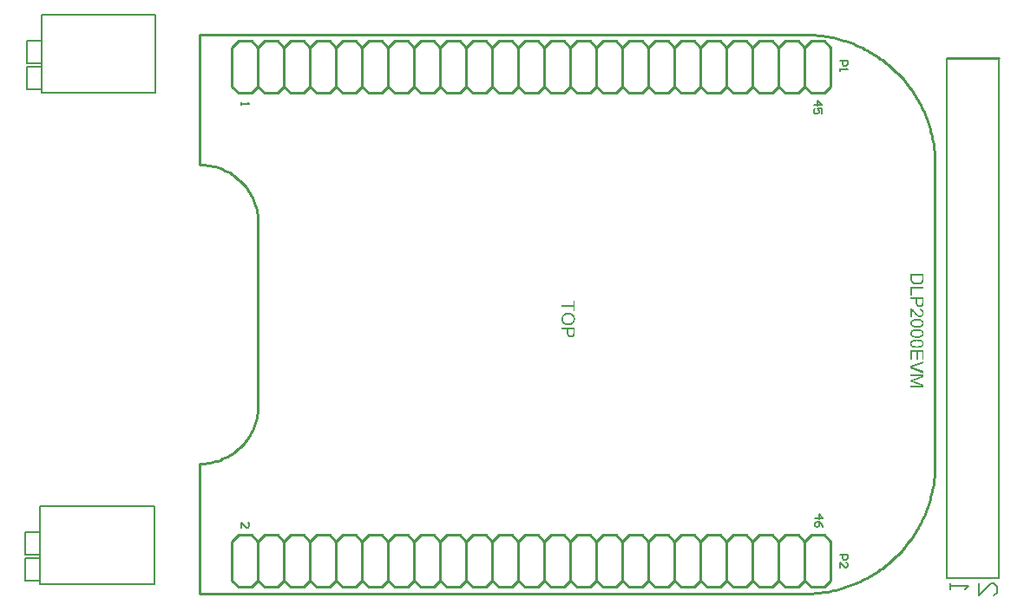
<source format=gto>
G04*
G04 #@! TF.GenerationSoftware,Altium Limited,Altium Designer,20.0.13 (296)*
G04*
G04 Layer_Color=65535*
%FSLAX25Y25*%
%MOIN*%
G70*
G01*
G75*
%ADD10C,0.01000*%
%ADD11C,0.00598*%
%ADD12C,0.00790*%
%ADD13C,0.00600*%
%ADD14C,0.00800*%
G36*
X587132Y313561D02*
X587125Y313430D01*
X587118Y313284D01*
X587103Y313138D01*
X587081Y312992D01*
X587059Y312868D01*
Y312861D01*
X587052Y312846D01*
Y312825D01*
X587037Y312795D01*
X587015Y312715D01*
X586979Y312613D01*
X586928Y312496D01*
X586862Y312373D01*
X586790Y312249D01*
X586695Y312132D01*
X586688Y312125D01*
X586680Y312117D01*
X586658Y312096D01*
X586636Y312066D01*
X586563Y311994D01*
X586461Y311906D01*
X586338Y311811D01*
X586192Y311709D01*
X586024Y311614D01*
X585835Y311534D01*
X585827D01*
X585813Y311527D01*
X585783Y311512D01*
X585740Y311505D01*
X585689Y311483D01*
X585630Y311469D01*
X585565Y311454D01*
X585485Y311432D01*
X585404Y311410D01*
X585310Y311396D01*
X585106Y311359D01*
X584880Y311337D01*
X584632Y311330D01*
X584624D01*
X584610D01*
X584573D01*
X584537D01*
X584486Y311337D01*
X584428D01*
X584289Y311345D01*
X584129Y311367D01*
X583961Y311388D01*
X583786Y311425D01*
X583611Y311469D01*
X583604D01*
X583589Y311476D01*
X583567Y311483D01*
X583538Y311491D01*
X583458Y311520D01*
X583356Y311563D01*
X583239Y311607D01*
X583123Y311666D01*
X582999Y311738D01*
X582882Y311811D01*
X582867Y311819D01*
X582831Y311848D01*
X582780Y311891D01*
X582714Y311950D01*
X582642Y312015D01*
X582569Y312096D01*
X582488Y312176D01*
X582423Y312270D01*
X582415Y312285D01*
X582394Y312314D01*
X582365Y312365D01*
X582328Y312438D01*
X582284Y312526D01*
X582248Y312628D01*
X582204Y312744D01*
X582168Y312876D01*
Y312890D01*
X582160Y312912D01*
X582153Y312934D01*
X582146Y313007D01*
X582131Y313109D01*
X582117Y313226D01*
X582102Y313364D01*
X582095Y313517D01*
X582088Y313685D01*
Y315500D01*
X587132D01*
Y313561D01*
D02*
G37*
G36*
Y309770D02*
X582685D01*
Y307284D01*
X582088D01*
Y310441D01*
X587132D01*
Y309770D01*
D02*
G37*
G36*
Y304419D02*
X587125Y304310D01*
X587118Y304186D01*
X587110Y304055D01*
X587096Y303931D01*
X587081Y303821D01*
Y303807D01*
X587067Y303756D01*
X587052Y303690D01*
X587030Y303603D01*
X586994Y303508D01*
X586950Y303406D01*
X586899Y303296D01*
X586841Y303202D01*
X586833Y303187D01*
X586811Y303158D01*
X586768Y303114D01*
X586717Y303056D01*
X586651Y302990D01*
X586563Y302925D01*
X586469Y302852D01*
X586359Y302794D01*
X586345Y302786D01*
X586308Y302772D01*
X586243Y302743D01*
X586155Y302713D01*
X586053Y302692D01*
X585937Y302662D01*
X585805Y302648D01*
X585667Y302640D01*
X585660D01*
X585638D01*
X585609D01*
X585558Y302648D01*
X585506Y302655D01*
X585441Y302662D01*
X585368Y302677D01*
X585288Y302692D01*
X585120Y302743D01*
X585033Y302772D01*
X584938Y302815D01*
X584843Y302866D01*
X584756Y302918D01*
X584668Y302983D01*
X584581Y303056D01*
X584573Y303063D01*
X584559Y303078D01*
X584537Y303100D01*
X584515Y303136D01*
X584479Y303180D01*
X584442Y303238D01*
X584398Y303311D01*
X584362Y303391D01*
X584318Y303486D01*
X584274Y303595D01*
X584238Y303712D01*
X584209Y303851D01*
X584180Y303996D01*
X584158Y304157D01*
X584143Y304339D01*
X584136Y304528D01*
Y305819D01*
X582088D01*
Y306490D01*
X587132D01*
Y304419D01*
D02*
G37*
G36*
X582226Y302123D02*
X582292Y302116D01*
X582365Y302101D01*
X582437Y302086D01*
X582518Y302057D01*
X582525D01*
X582532Y302050D01*
X582576Y302035D01*
X582642Y302006D01*
X582729Y301962D01*
X582831Y301904D01*
X582948Y301831D01*
X583064Y301751D01*
X583188Y301649D01*
X583196D01*
X583203Y301634D01*
X583247Y301598D01*
X583312Y301532D01*
X583407Y301438D01*
X583516Y301328D01*
X583647Y301190D01*
X583793Y301022D01*
X583946Y300840D01*
X583954Y300833D01*
X583976Y300803D01*
X584012Y300760D01*
X584056Y300709D01*
X584114Y300643D01*
X584180Y300563D01*
X584253Y300483D01*
X584333Y300388D01*
X584508Y300206D01*
X584683Y300023D01*
X584770Y299936D01*
X584858Y299856D01*
X584938Y299783D01*
X585018Y299724D01*
X585025D01*
X585033Y299710D01*
X585054Y299695D01*
X585084Y299681D01*
X585164Y299630D01*
X585259Y299571D01*
X585375Y299520D01*
X585499Y299469D01*
X585638Y299440D01*
X585769Y299426D01*
X585776D01*
X585783D01*
X585827Y299433D01*
X585900Y299440D01*
X585980Y299462D01*
X586082Y299491D01*
X586185Y299542D01*
X586286Y299608D01*
X586389Y299695D01*
X586403Y299710D01*
X586432Y299746D01*
X586469Y299797D01*
X586520Y299878D01*
X586563Y299980D01*
X586607Y300096D01*
X586636Y300235D01*
X586644Y300388D01*
Y300432D01*
X586636Y300461D01*
X586629Y300548D01*
X586607Y300650D01*
X586578Y300760D01*
X586527Y300884D01*
X586461Y301000D01*
X586374Y301110D01*
X586359Y301124D01*
X586323Y301153D01*
X586265Y301197D01*
X586177Y301241D01*
X586075Y301292D01*
X585944Y301336D01*
X585798Y301365D01*
X585630Y301379D01*
X585696Y302013D01*
X585703D01*
X585725Y302006D01*
X585762D01*
X585813Y301999D01*
X585871Y301984D01*
X585937Y301970D01*
X586017Y301948D01*
X586097Y301926D01*
X586272Y301868D01*
X586447Y301780D01*
X586534Y301729D01*
X586622Y301664D01*
X586702Y301598D01*
X586775Y301525D01*
X586782Y301518D01*
X586790Y301503D01*
X586811Y301481D01*
X586833Y301445D01*
X586862Y301401D01*
X586892Y301350D01*
X586928Y301292D01*
X586965Y301219D01*
X587001Y301139D01*
X587037Y301051D01*
X587067Y300956D01*
X587096Y300854D01*
X587118Y300745D01*
X587140Y300628D01*
X587147Y300504D01*
X587154Y300373D01*
Y300300D01*
X587147Y300249D01*
X587140Y300191D01*
X587132Y300118D01*
X587118Y300038D01*
X587103Y299958D01*
X587052Y299768D01*
X586979Y299579D01*
X586935Y299484D01*
X586884Y299389D01*
X586819Y299302D01*
X586746Y299221D01*
X586738Y299214D01*
X586731Y299200D01*
X586702Y299185D01*
X586673Y299156D01*
X586636Y299119D01*
X586585Y299083D01*
X586534Y299046D01*
X586469Y299003D01*
X586330Y298930D01*
X586155Y298857D01*
X586068Y298828D01*
X585966Y298813D01*
X585864Y298799D01*
X585754Y298791D01*
X585740D01*
X585703D01*
X585645Y298799D01*
X585565Y298806D01*
X585477Y298820D01*
X585375Y298850D01*
X585266Y298879D01*
X585157Y298922D01*
X585142Y298930D01*
X585106Y298944D01*
X585047Y298974D01*
X584967Y299017D01*
X584880Y299076D01*
X584770Y299149D01*
X584661Y299236D01*
X584537Y299338D01*
X584522Y299353D01*
X584479Y299389D01*
X584442Y299426D01*
X584406Y299462D01*
X584362Y299506D01*
X584304Y299564D01*
X584245Y299622D01*
X584180Y299695D01*
X584107Y299768D01*
X584027Y299856D01*
X583946Y299950D01*
X583852Y300052D01*
X583757Y300169D01*
X583655Y300286D01*
X583647Y300293D01*
X583633Y300308D01*
X583611Y300337D01*
X583582Y300373D01*
X583538Y300417D01*
X583494Y300468D01*
X583400Y300585D01*
X583290Y300709D01*
X583181Y300825D01*
X583086Y300927D01*
X583050Y300971D01*
X583013Y301008D01*
X583006Y301015D01*
X582984Y301037D01*
X582955Y301066D01*
X582911Y301102D01*
X582860Y301139D01*
X582809Y301182D01*
X582685Y301270D01*
Y298784D01*
X582088D01*
Y302130D01*
X582095D01*
X582124D01*
X582168D01*
X582226Y302123D01*
D02*
G37*
G36*
X584799Y298113D02*
X584887D01*
X584982Y298106D01*
X585091Y298099D01*
X585317Y298077D01*
X585558Y298041D01*
X585798Y297997D01*
X585907Y297968D01*
X586017Y297938D01*
X586024D01*
X586039Y297931D01*
X586068Y297917D01*
X586104Y297902D01*
X586155Y297887D01*
X586206Y297858D01*
X586330Y297800D01*
X586461Y297727D01*
X586600Y297632D01*
X586738Y297523D01*
X586855Y297392D01*
Y297384D01*
X586870Y297377D01*
X586884Y297355D01*
X586899Y297326D01*
X586928Y297290D01*
X586950Y297246D01*
X587008Y297136D01*
X587059Y297005D01*
X587110Y296852D01*
X587140Y296670D01*
X587154Y296473D01*
Y296408D01*
X587147Y296327D01*
X587132Y296233D01*
X587110Y296123D01*
X587081Y296006D01*
X587045Y295883D01*
X586986Y295766D01*
Y295759D01*
X586979Y295751D01*
X586957Y295715D01*
X586921Y295657D01*
X586870Y295584D01*
X586797Y295503D01*
X586717Y295416D01*
X586622Y295336D01*
X586513Y295256D01*
X586498Y295248D01*
X586461Y295219D01*
X586396Y295190D01*
X586301Y295139D01*
X586192Y295095D01*
X586068Y295037D01*
X585922Y294986D01*
X585762Y294942D01*
X585754D01*
X585740Y294935D01*
X585718Y294928D01*
X585681Y294920D01*
X585638Y294913D01*
X585587Y294906D01*
X585521Y294891D01*
X585448Y294884D01*
X585368Y294869D01*
X585281Y294862D01*
X585178Y294855D01*
X585076Y294840D01*
X584960Y294833D01*
X584843D01*
X584712Y294826D01*
X584573D01*
X584566D01*
X584537D01*
X584486D01*
X584428D01*
X584347Y294833D01*
X584260D01*
X584165Y294840D01*
X584063Y294847D01*
X583830Y294869D01*
X583589Y294906D01*
X583356Y294950D01*
X583247Y294979D01*
X583137Y295015D01*
X583130D01*
X583115Y295022D01*
X583086Y295037D01*
X583050Y295052D01*
X582999Y295066D01*
X582948Y295095D01*
X582824Y295154D01*
X582693Y295227D01*
X582547Y295321D01*
X582415Y295431D01*
X582292Y295562D01*
Y295569D01*
X582277Y295576D01*
X582262Y295598D01*
X582248Y295627D01*
X582226Y295664D01*
X582197Y295700D01*
X582146Y295810D01*
X582095Y295941D01*
X582044Y296094D01*
X582015Y296276D01*
X582000Y296473D01*
Y296546D01*
X582007Y296597D01*
X582015Y296655D01*
X582029Y296728D01*
X582044Y296808D01*
X582066Y296896D01*
X582095Y296983D01*
X582124Y297078D01*
X582168Y297173D01*
X582219Y297268D01*
X582277Y297362D01*
X582350Y297457D01*
X582430Y297545D01*
X582518Y297625D01*
X582525Y297632D01*
X582547Y297647D01*
X582583Y297669D01*
X582642Y297705D01*
X582707Y297742D01*
X582795Y297778D01*
X582897Y297829D01*
X583013Y297873D01*
X583145Y297917D01*
X583298Y297960D01*
X583465Y298004D01*
X583655Y298041D01*
X583859Y298077D01*
X584078Y298099D01*
X584318Y298113D01*
X584573Y298121D01*
X584581D01*
X584610D01*
X584661D01*
X584719D01*
X584799Y298113D01*
D02*
G37*
G36*
Y294191D02*
X584887D01*
X584982Y294184D01*
X585091Y294177D01*
X585317Y294155D01*
X585558Y294118D01*
X585798Y294075D01*
X585907Y294045D01*
X586017Y294016D01*
X586024D01*
X586039Y294009D01*
X586068Y293994D01*
X586104Y293980D01*
X586155Y293965D01*
X586206Y293936D01*
X586330Y293878D01*
X586461Y293805D01*
X586600Y293710D01*
X586738Y293601D01*
X586855Y293470D01*
Y293462D01*
X586870Y293455D01*
X586884Y293433D01*
X586899Y293404D01*
X586928Y293368D01*
X586950Y293324D01*
X587008Y293215D01*
X587059Y293083D01*
X587110Y292930D01*
X587140Y292748D01*
X587154Y292551D01*
Y292485D01*
X587147Y292405D01*
X587132Y292311D01*
X587110Y292201D01*
X587081Y292085D01*
X587045Y291961D01*
X586986Y291844D01*
Y291837D01*
X586979Y291829D01*
X586957Y291793D01*
X586921Y291735D01*
X586870Y291662D01*
X586797Y291582D01*
X586717Y291494D01*
X586622Y291414D01*
X586513Y291334D01*
X586498Y291326D01*
X586461Y291297D01*
X586396Y291268D01*
X586301Y291217D01*
X586192Y291173D01*
X586068Y291115D01*
X585922Y291064D01*
X585762Y291020D01*
X585754D01*
X585740Y291013D01*
X585718Y291006D01*
X585681Y290998D01*
X585638Y290991D01*
X585587Y290984D01*
X585521Y290969D01*
X585448Y290962D01*
X585368Y290947D01*
X585281Y290940D01*
X585178Y290933D01*
X585076Y290918D01*
X584960Y290911D01*
X584843D01*
X584712Y290903D01*
X584573D01*
X584566D01*
X584537D01*
X584486D01*
X584428D01*
X584347Y290911D01*
X584260D01*
X584165Y290918D01*
X584063Y290925D01*
X583830Y290947D01*
X583589Y290984D01*
X583356Y291027D01*
X583247Y291057D01*
X583137Y291093D01*
X583130D01*
X583115Y291100D01*
X583086Y291115D01*
X583050Y291129D01*
X582999Y291144D01*
X582948Y291173D01*
X582824Y291232D01*
X582693Y291304D01*
X582547Y291399D01*
X582415Y291509D01*
X582292Y291640D01*
Y291647D01*
X582277Y291654D01*
X582262Y291676D01*
X582248Y291705D01*
X582226Y291742D01*
X582197Y291778D01*
X582146Y291888D01*
X582095Y292019D01*
X582044Y292172D01*
X582015Y292354D01*
X582000Y292551D01*
Y292624D01*
X582007Y292675D01*
X582015Y292733D01*
X582029Y292806D01*
X582044Y292886D01*
X582066Y292974D01*
X582095Y293061D01*
X582124Y293156D01*
X582168Y293251D01*
X582219Y293346D01*
X582277Y293441D01*
X582350Y293535D01*
X582430Y293623D01*
X582518Y293703D01*
X582525Y293710D01*
X582547Y293725D01*
X582583Y293747D01*
X582642Y293783D01*
X582707Y293819D01*
X582795Y293856D01*
X582897Y293907D01*
X583013Y293951D01*
X583145Y293994D01*
X583298Y294038D01*
X583465Y294082D01*
X583655Y294118D01*
X583859Y294155D01*
X584078Y294177D01*
X584318Y294191D01*
X584573Y294199D01*
X584581D01*
X584610D01*
X584661D01*
X584719D01*
X584799Y294191D01*
D02*
G37*
G36*
Y290269D02*
X584887D01*
X584982Y290262D01*
X585091Y290255D01*
X585317Y290233D01*
X585558Y290196D01*
X585798Y290153D01*
X585907Y290124D01*
X586017Y290094D01*
X586024D01*
X586039Y290087D01*
X586068Y290072D01*
X586104Y290058D01*
X586155Y290043D01*
X586206Y290014D01*
X586330Y289956D01*
X586461Y289883D01*
X586600Y289788D01*
X586738Y289679D01*
X586855Y289548D01*
Y289540D01*
X586870Y289533D01*
X586884Y289511D01*
X586899Y289482D01*
X586928Y289445D01*
X586950Y289402D01*
X587008Y289293D01*
X587059Y289161D01*
X587110Y289008D01*
X587140Y288826D01*
X587154Y288629D01*
Y288563D01*
X587147Y288483D01*
X587132Y288388D01*
X587110Y288279D01*
X587081Y288162D01*
X587045Y288039D01*
X586986Y287922D01*
Y287915D01*
X586979Y287907D01*
X586957Y287871D01*
X586921Y287813D01*
X586870Y287740D01*
X586797Y287660D01*
X586717Y287572D01*
X586622Y287492D01*
X586513Y287412D01*
X586498Y287404D01*
X586461Y287375D01*
X586396Y287346D01*
X586301Y287295D01*
X586192Y287251D01*
X586068Y287193D01*
X585922Y287142D01*
X585762Y287098D01*
X585754D01*
X585740Y287091D01*
X585718Y287084D01*
X585681Y287076D01*
X585638Y287069D01*
X585587Y287062D01*
X585521Y287047D01*
X585448Y287040D01*
X585368Y287025D01*
X585281Y287018D01*
X585178Y287011D01*
X585076Y286996D01*
X584960Y286989D01*
X584843D01*
X584712Y286982D01*
X584573D01*
X584566D01*
X584537D01*
X584486D01*
X584428D01*
X584347Y286989D01*
X584260D01*
X584165Y286996D01*
X584063Y287003D01*
X583830Y287025D01*
X583589Y287062D01*
X583356Y287105D01*
X583247Y287135D01*
X583137Y287171D01*
X583130D01*
X583115Y287178D01*
X583086Y287193D01*
X583050Y287208D01*
X582999Y287222D01*
X582948Y287251D01*
X582824Y287310D01*
X582693Y287383D01*
X582547Y287477D01*
X582415Y287587D01*
X582292Y287718D01*
Y287725D01*
X582277Y287732D01*
X582262Y287754D01*
X582248Y287783D01*
X582226Y287820D01*
X582197Y287856D01*
X582146Y287966D01*
X582095Y288097D01*
X582044Y288250D01*
X582015Y288432D01*
X582000Y288629D01*
Y288702D01*
X582007Y288753D01*
X582015Y288811D01*
X582029Y288884D01*
X582044Y288964D01*
X582066Y289052D01*
X582095Y289139D01*
X582124Y289234D01*
X582168Y289329D01*
X582219Y289424D01*
X582277Y289518D01*
X582350Y289613D01*
X582430Y289701D01*
X582518Y289781D01*
X582525Y289788D01*
X582547Y289803D01*
X582583Y289825D01*
X582642Y289861D01*
X582707Y289897D01*
X582795Y289934D01*
X582897Y289985D01*
X583013Y290029D01*
X583145Y290072D01*
X583298Y290116D01*
X583465Y290160D01*
X583655Y290196D01*
X583859Y290233D01*
X584078Y290255D01*
X584318Y290269D01*
X584573Y290277D01*
X584581D01*
X584610D01*
X584661D01*
X584719D01*
X584799Y290269D01*
D02*
G37*
G36*
X587132Y282440D02*
X586534D01*
Y285421D01*
X584996D01*
Y282629D01*
X584398D01*
Y285421D01*
X582685D01*
Y282323D01*
X582088D01*
Y286092D01*
X587132D01*
Y282440D01*
D02*
G37*
G36*
Y281193D02*
X583465Y279881D01*
X583458D01*
X583443Y279874D01*
X583422Y279867D01*
X583392Y279852D01*
X583349Y279845D01*
X583305Y279830D01*
X583196Y279794D01*
X583072Y279750D01*
X582933Y279706D01*
X582642Y279619D01*
X582649D01*
X582663Y279611D01*
X582685Y279604D01*
X582714Y279597D01*
X582795Y279575D01*
X582904Y279538D01*
X583028Y279502D01*
X583166Y279458D01*
X583312Y279407D01*
X583465Y279349D01*
X587132Y277978D01*
Y277300D01*
X582088Y279269D01*
Y279969D01*
X587132Y281922D01*
Y281193D01*
D02*
G37*
G36*
Y275718D02*
X583553Y274523D01*
X583545D01*
X583531Y274516D01*
X583509Y274508D01*
X583473Y274494D01*
X583385Y274465D01*
X583276Y274428D01*
X583152Y274392D01*
X583028Y274348D01*
X582911Y274311D01*
X582809Y274282D01*
X582824Y274275D01*
X582860Y274268D01*
X582926Y274246D01*
X583013Y274217D01*
X583130Y274180D01*
X583268Y274129D01*
X583429Y274078D01*
X583618Y274013D01*
X587132Y272802D01*
Y271906D01*
X582088D01*
Y272547D01*
X586308D01*
X582088Y274020D01*
Y274618D01*
X586381Y276076D01*
X582088D01*
Y276717D01*
X587132D01*
Y275718D01*
D02*
G37*
G36*
X453132Y301005D02*
X452534D01*
Y302667D01*
X448088D01*
Y303338D01*
X452534D01*
Y305000D01*
X453132D01*
Y301005D01*
D02*
G37*
G36*
X450661Y300509D02*
X450748D01*
X450850Y300495D01*
X450974Y300480D01*
X451113Y300458D01*
X451259Y300429D01*
X451412Y300400D01*
X451572Y300356D01*
X451732Y300298D01*
X451900Y300232D01*
X452061Y300159D01*
X452221Y300065D01*
X452367Y299963D01*
X452505Y299846D01*
X452513Y299839D01*
X452534Y299817D01*
X452571Y299773D01*
X452615Y299722D01*
X452673Y299656D01*
X452731Y299576D01*
X452797Y299482D01*
X452862Y299372D01*
X452928Y299255D01*
X452994Y299124D01*
X453052Y298978D01*
X453110Y298825D01*
X453154Y298658D01*
X453191Y298483D01*
X453212Y298301D01*
X453220Y298104D01*
Y298038D01*
X453212Y297987D01*
Y297921D01*
X453205Y297856D01*
X453191Y297768D01*
X453176Y297681D01*
X453139Y297491D01*
X453081Y297273D01*
X452994Y297061D01*
X452943Y296952D01*
X452884Y296843D01*
X452877Y296835D01*
X452870Y296821D01*
X452848Y296792D01*
X452826Y296748D01*
X452789Y296704D01*
X452746Y296646D01*
X452644Y296522D01*
X452513Y296391D01*
X452352Y296245D01*
X452163Y296106D01*
X451951Y295990D01*
X451944D01*
X451922Y295975D01*
X451893Y295960D01*
X451849Y295946D01*
X451791Y295917D01*
X451725Y295895D01*
X451645Y295866D01*
X451557Y295836D01*
X451463Y295815D01*
X451361Y295785D01*
X451244Y295756D01*
X451127Y295734D01*
X450872Y295705D01*
X450595Y295691D01*
X450588D01*
X450559D01*
X450522D01*
X450464Y295698D01*
X450398D01*
X450318Y295705D01*
X450231Y295720D01*
X450136Y295727D01*
X449925Y295764D01*
X449691Y295822D01*
X449458Y295902D01*
X449341Y295946D01*
X449225Y296004D01*
X449217D01*
X449196Y296019D01*
X449166Y296033D01*
X449123Y296062D01*
X449072Y296092D01*
X449021Y296128D01*
X448882Y296230D01*
X448736Y296354D01*
X448583Y296500D01*
X448437Y296675D01*
X448306Y296879D01*
Y296886D01*
X448292Y296901D01*
X448277Y296937D01*
X448255Y296981D01*
X448233Y297032D01*
X448211Y297090D01*
X448182Y297163D01*
X448153Y297243D01*
X448124Y297331D01*
X448095Y297426D01*
X448051Y297637D01*
X448015Y297863D01*
X448000Y298104D01*
Y298177D01*
X448007Y298220D01*
Y298286D01*
X448022Y298359D01*
X448029Y298439D01*
X448044Y298534D01*
X448088Y298731D01*
X448146Y298942D01*
X448233Y299161D01*
X448284Y299270D01*
X448343Y299379D01*
X448350Y299387D01*
X448357Y299401D01*
X448379Y299430D01*
X448408Y299474D01*
X448437Y299518D01*
X448481Y299569D01*
X448591Y299693D01*
X448722Y299831D01*
X448882Y299977D01*
X449064Y300108D01*
X449276Y300232D01*
X449283D01*
X449305Y300247D01*
X449334Y300261D01*
X449378Y300276D01*
X449436Y300298D01*
X449502Y300320D01*
X449575Y300349D01*
X449655Y300371D01*
X449750Y300400D01*
X449844Y300429D01*
X450063Y300473D01*
X450289Y300502D01*
X450537Y300517D01*
X450544D01*
X450552D01*
X450595D01*
X450661Y300509D01*
D02*
G37*
G36*
X453132Y292760D02*
X453125Y292651D01*
X453118Y292527D01*
X453110Y292396D01*
X453096Y292272D01*
X453081Y292162D01*
Y292148D01*
X453067Y292097D01*
X453052Y292031D01*
X453030Y291944D01*
X452994Y291849D01*
X452950Y291747D01*
X452899Y291637D01*
X452841Y291543D01*
X452833Y291528D01*
X452811Y291499D01*
X452768Y291455D01*
X452717Y291397D01*
X452651Y291331D01*
X452563Y291266D01*
X452469Y291193D01*
X452359Y291134D01*
X452345Y291127D01*
X452308Y291113D01*
X452243Y291083D01*
X452155Y291054D01*
X452053Y291032D01*
X451937Y291003D01*
X451805Y290989D01*
X451667Y290981D01*
X451660D01*
X451638D01*
X451609D01*
X451557Y290989D01*
X451507Y290996D01*
X451441Y291003D01*
X451368Y291018D01*
X451288Y291032D01*
X451120Y291083D01*
X451033Y291113D01*
X450938Y291156D01*
X450843Y291207D01*
X450756Y291258D01*
X450668Y291324D01*
X450581Y291397D01*
X450573Y291404D01*
X450559Y291419D01*
X450537Y291441D01*
X450515Y291477D01*
X450479Y291521D01*
X450442Y291579D01*
X450398Y291652D01*
X450362Y291732D01*
X450318Y291827D01*
X450275Y291936D01*
X450238Y292053D01*
X450209Y292192D01*
X450180Y292337D01*
X450158Y292498D01*
X450143Y292680D01*
X450136Y292869D01*
Y294160D01*
X448088D01*
Y294830D01*
X453132D01*
Y292760D01*
D02*
G37*
%LPC*%
G36*
X586534Y314829D02*
X582685D01*
Y313634D01*
X582693Y313583D01*
X582700Y313473D01*
X582707Y313349D01*
X582722Y313218D01*
X582744Y313087D01*
X582773Y312978D01*
X582780Y312963D01*
X582787Y312927D01*
X582809Y312876D01*
X582838Y312810D01*
X582882Y312737D01*
X582926Y312664D01*
X582977Y312591D01*
X583035Y312518D01*
X583050Y312511D01*
X583079Y312482D01*
X583130Y312438D01*
X583203Y312387D01*
X583298Y312329D01*
X583407Y312263D01*
X583531Y312205D01*
X583669Y312154D01*
X583677D01*
X583691Y312147D01*
X583713Y312139D01*
X583742Y312132D01*
X583779Y312125D01*
X583830Y312110D01*
X583881Y312096D01*
X583939Y312081D01*
X584085Y312059D01*
X584253Y312037D01*
X584442Y312023D01*
X584646Y312015D01*
X584654D01*
X584683D01*
X584719D01*
X584777Y312023D01*
X584843D01*
X584916Y312030D01*
X585004Y312037D01*
X585091Y312045D01*
X585288Y312081D01*
X585492Y312125D01*
X585681Y312190D01*
X585776Y312234D01*
X585856Y312278D01*
X585864D01*
X585878Y312292D01*
X585900Y312307D01*
X585929Y312322D01*
X586002Y312380D01*
X586090Y312453D01*
X586185Y312548D01*
X586279Y312657D01*
X586359Y312781D01*
X586425Y312912D01*
X586432Y312927D01*
X586440Y312963D01*
X586461Y313029D01*
X586483Y313123D01*
X586498Y313240D01*
X586520Y313386D01*
X586527Y313473D01*
Y313568D01*
X586534Y313663D01*
Y314829D01*
D02*
G37*
G36*
Y305819D02*
X584734D01*
Y304463D01*
X584741Y304412D01*
Y304361D01*
X584748Y304303D01*
X584763Y304164D01*
X584792Y304011D01*
X584836Y303858D01*
X584894Y303719D01*
X584931Y303654D01*
X584974Y303603D01*
X584989Y303588D01*
X585018Y303559D01*
X585076Y303515D01*
X585149Y303464D01*
X585244Y303413D01*
X585361Y303369D01*
X585492Y303340D01*
X585645Y303326D01*
X585652D01*
X585660D01*
X585696D01*
X585762Y303333D01*
X585835Y303348D01*
X585915Y303362D01*
X586010Y303391D01*
X586097Y303435D01*
X586185Y303486D01*
X586192Y303493D01*
X586221Y303515D01*
X586257Y303552D01*
X586308Y303595D01*
X586359Y303661D01*
X586403Y303734D01*
X586447Y303814D01*
X586483Y303909D01*
Y303916D01*
X586491Y303945D01*
X586498Y303989D01*
X586513Y304047D01*
X586520Y304135D01*
X586527Y304244D01*
X586534Y304376D01*
Y305819D01*
D02*
G37*
G36*
X584573Y297486D02*
X584559D01*
X584522D01*
X584457D01*
X584369Y297479D01*
X584274D01*
X584158Y297472D01*
X584034Y297464D01*
X583903Y297450D01*
X583618Y297413D01*
X583480Y297392D01*
X583349Y297362D01*
X583225Y297333D01*
X583108Y297290D01*
X583006Y297246D01*
X582919Y297195D01*
X582911D01*
X582904Y297180D01*
X582853Y297144D01*
X582787Y297078D01*
X582714Y296998D01*
X582642Y296889D01*
X582576Y296765D01*
X582525Y296626D01*
X582518Y296553D01*
X582510Y296473D01*
Y296429D01*
X582518Y296400D01*
X582532Y296327D01*
X582561Y296225D01*
X582612Y296116D01*
X582685Y295992D01*
X582729Y295934D01*
X582787Y295875D01*
X582846Y295817D01*
X582919Y295759D01*
X582926D01*
X582940Y295744D01*
X582962Y295729D01*
X582999Y295715D01*
X583050Y295686D01*
X583115Y295664D01*
X583188Y295635D01*
X583276Y295606D01*
X583385Y295584D01*
X583502Y295555D01*
X583640Y295525D01*
X583786Y295503D01*
X583961Y295489D01*
X584143Y295474D01*
X584347Y295460D01*
X584573D01*
X584581D01*
X584588D01*
X584624D01*
X584690D01*
X584777Y295467D01*
X584872D01*
X584989Y295474D01*
X585113Y295482D01*
X585251Y295496D01*
X585528Y295533D01*
X585667Y295555D01*
X585798Y295584D01*
X585922Y295613D01*
X586039Y295657D01*
X586141Y295700D01*
X586228Y295751D01*
X586236D01*
X586243Y295766D01*
X586265Y295780D01*
X586294Y295802D01*
X586359Y295868D01*
X586440Y295948D01*
X586513Y296058D01*
X586578Y296182D01*
X586607Y296247D01*
X586629Y296320D01*
X586636Y296400D01*
X586644Y296480D01*
Y296524D01*
X586636Y296553D01*
X586622Y296634D01*
X586600Y296728D01*
X586556Y296838D01*
X586491Y296954D01*
X586447Y297013D01*
X586403Y297071D01*
X586345Y297122D01*
X586279Y297173D01*
X586272D01*
X586257Y297187D01*
X586228Y297202D01*
X586192Y297224D01*
X586133Y297246D01*
X586068Y297275D01*
X585988Y297297D01*
X585893Y297326D01*
X585783Y297355D01*
X585660Y297384D01*
X585521Y297413D01*
X585368Y297435D01*
X585193Y297457D01*
X585004Y297472D01*
X584799Y297479D01*
X584573Y297486D01*
D02*
G37*
G36*
Y293564D02*
X584559D01*
X584522D01*
X584457D01*
X584369Y293557D01*
X584274D01*
X584158Y293550D01*
X584034Y293543D01*
X583903Y293528D01*
X583618Y293492D01*
X583480Y293470D01*
X583349Y293441D01*
X583225Y293411D01*
X583108Y293368D01*
X583006Y293324D01*
X582919Y293273D01*
X582911D01*
X582904Y293258D01*
X582853Y293222D01*
X582787Y293156D01*
X582714Y293076D01*
X582642Y292967D01*
X582576Y292843D01*
X582525Y292704D01*
X582518Y292631D01*
X582510Y292551D01*
Y292507D01*
X582518Y292478D01*
X582532Y292405D01*
X582561Y292303D01*
X582612Y292194D01*
X582685Y292070D01*
X582729Y292012D01*
X582787Y291953D01*
X582846Y291895D01*
X582919Y291837D01*
X582926D01*
X582940Y291822D01*
X582962Y291808D01*
X582999Y291793D01*
X583050Y291764D01*
X583115Y291742D01*
X583188Y291713D01*
X583276Y291684D01*
X583385Y291662D01*
X583502Y291633D01*
X583640Y291603D01*
X583786Y291582D01*
X583961Y291567D01*
X584143Y291552D01*
X584347Y291538D01*
X584573D01*
X584581D01*
X584588D01*
X584624D01*
X584690D01*
X584777Y291545D01*
X584872D01*
X584989Y291552D01*
X585113Y291560D01*
X585251Y291574D01*
X585528Y291611D01*
X585667Y291633D01*
X585798Y291662D01*
X585922Y291691D01*
X586039Y291735D01*
X586141Y291778D01*
X586228Y291829D01*
X586236D01*
X586243Y291844D01*
X586265Y291859D01*
X586294Y291880D01*
X586359Y291946D01*
X586440Y292026D01*
X586513Y292136D01*
X586578Y292260D01*
X586607Y292325D01*
X586629Y292398D01*
X586636Y292478D01*
X586644Y292558D01*
Y292602D01*
X586636Y292631D01*
X586622Y292711D01*
X586600Y292806D01*
X586556Y292916D01*
X586491Y293032D01*
X586447Y293091D01*
X586403Y293149D01*
X586345Y293200D01*
X586279Y293251D01*
X586272D01*
X586257Y293266D01*
X586228Y293280D01*
X586192Y293302D01*
X586133Y293324D01*
X586068Y293353D01*
X585988Y293375D01*
X585893Y293404D01*
X585783Y293433D01*
X585660Y293462D01*
X585521Y293492D01*
X585368Y293513D01*
X585193Y293535D01*
X585004Y293550D01*
X584799Y293557D01*
X584573Y293564D01*
D02*
G37*
G36*
Y289642D02*
X584559D01*
X584522D01*
X584457D01*
X584369Y289635D01*
X584274D01*
X584158Y289628D01*
X584034Y289620D01*
X583903Y289606D01*
X583618Y289569D01*
X583480Y289548D01*
X583349Y289518D01*
X583225Y289489D01*
X583108Y289445D01*
X583006Y289402D01*
X582919Y289351D01*
X582911D01*
X582904Y289336D01*
X582853Y289300D01*
X582787Y289234D01*
X582714Y289154D01*
X582642Y289045D01*
X582576Y288921D01*
X582525Y288782D01*
X582518Y288709D01*
X582510Y288629D01*
Y288585D01*
X582518Y288556D01*
X582532Y288483D01*
X582561Y288381D01*
X582612Y288272D01*
X582685Y288148D01*
X582729Y288090D01*
X582787Y288031D01*
X582846Y287973D01*
X582919Y287915D01*
X582926D01*
X582940Y287900D01*
X582962Y287885D01*
X582999Y287871D01*
X583050Y287842D01*
X583115Y287820D01*
X583188Y287791D01*
X583276Y287761D01*
X583385Y287740D01*
X583502Y287710D01*
X583640Y287681D01*
X583786Y287660D01*
X583961Y287645D01*
X584143Y287630D01*
X584347Y287616D01*
X584573D01*
X584581D01*
X584588D01*
X584624D01*
X584690D01*
X584777Y287623D01*
X584872D01*
X584989Y287630D01*
X585113Y287638D01*
X585251Y287652D01*
X585528Y287689D01*
X585667Y287710D01*
X585798Y287740D01*
X585922Y287769D01*
X586039Y287813D01*
X586141Y287856D01*
X586228Y287907D01*
X586236D01*
X586243Y287922D01*
X586265Y287936D01*
X586294Y287958D01*
X586359Y288024D01*
X586440Y288104D01*
X586513Y288213D01*
X586578Y288337D01*
X586607Y288403D01*
X586629Y288476D01*
X586636Y288556D01*
X586644Y288636D01*
Y288680D01*
X586636Y288709D01*
X586622Y288789D01*
X586600Y288884D01*
X586556Y288994D01*
X586491Y289110D01*
X586447Y289169D01*
X586403Y289227D01*
X586345Y289278D01*
X586279Y289329D01*
X586272D01*
X586257Y289344D01*
X586228Y289358D01*
X586192Y289380D01*
X586133Y289402D01*
X586068Y289431D01*
X585988Y289453D01*
X585893Y289482D01*
X585783Y289511D01*
X585660Y289540D01*
X585521Y289569D01*
X585368Y289591D01*
X585193Y289613D01*
X585004Y289628D01*
X584799Y289635D01*
X584573Y289642D01*
D02*
G37*
G36*
X450530Y299831D02*
X450522D01*
X450493D01*
X450442D01*
X450377Y299824D01*
X450304Y299817D01*
X450216Y299802D01*
X450114Y299788D01*
X450012Y299773D01*
X449779Y299715D01*
X449662Y299671D01*
X449538Y299627D01*
X449422Y299569D01*
X449305Y299503D01*
X449196Y299430D01*
X449093Y299343D01*
X449086Y299336D01*
X449072Y299321D01*
X449043Y299292D01*
X449013Y299255D01*
X448970Y299204D01*
X448926Y299146D01*
X448882Y299080D01*
X448831Y299008D01*
X448780Y298920D01*
X448736Y298825D01*
X448693Y298723D01*
X448649Y298614D01*
X448620Y298497D01*
X448591Y298381D01*
X448576Y298250D01*
X448569Y298111D01*
Y298075D01*
X448576Y298038D01*
Y297987D01*
X448583Y297921D01*
X448598Y297849D01*
X448612Y297761D01*
X448634Y297674D01*
X448663Y297571D01*
X448700Y297477D01*
X448736Y297367D01*
X448787Y297265D01*
X448853Y297163D01*
X448918Y297061D01*
X448999Y296959D01*
X449093Y296864D01*
X449101Y296857D01*
X449115Y296843D01*
X449152Y296821D01*
X449196Y296784D01*
X449247Y296748D01*
X449312Y296711D01*
X449392Y296668D01*
X449480Y296617D01*
X449582Y296573D01*
X449699Y296529D01*
X449823Y296493D01*
X449954Y296449D01*
X450100Y296420D01*
X450260Y296398D01*
X450428Y296383D01*
X450602Y296376D01*
X450610D01*
X450632D01*
X450661D01*
X450705D01*
X450756Y296383D01*
X450821D01*
X450887Y296391D01*
X450967Y296405D01*
X451135Y296427D01*
X451310Y296463D01*
X451499Y296514D01*
X451674Y296587D01*
X451682D01*
X451696Y296595D01*
X451718Y296609D01*
X451747Y296624D01*
X451834Y296675D01*
X451937Y296740D01*
X452053Y296828D01*
X452170Y296937D01*
X452286Y297061D01*
X452389Y297200D01*
Y297207D01*
X452403Y297214D01*
X452411Y297236D01*
X452432Y297273D01*
X452447Y297309D01*
X452469Y297353D01*
X452520Y297462D01*
X452563Y297593D01*
X452607Y297746D01*
X452636Y297921D01*
X452644Y298104D01*
Y298169D01*
X452636Y298220D01*
X452629Y298286D01*
X452615Y298352D01*
X452600Y298432D01*
X452585Y298519D01*
X452527Y298709D01*
X452483Y298811D01*
X452440Y298913D01*
X452381Y299022D01*
X452316Y299124D01*
X452243Y299226D01*
X452155Y299321D01*
X452148Y299328D01*
X452133Y299343D01*
X452104Y299365D01*
X452061Y299401D01*
X452009Y299438D01*
X451944Y299482D01*
X451864Y299525D01*
X451769Y299576D01*
X451667Y299620D01*
X451543Y299671D01*
X451412Y299715D01*
X451266Y299751D01*
X451105Y299788D01*
X450923Y299810D01*
X450734Y299824D01*
X450530Y299831D01*
D02*
G37*
G36*
X452534Y294160D02*
X450734D01*
Y292804D01*
X450741Y292753D01*
Y292702D01*
X450748Y292643D01*
X450763Y292505D01*
X450792Y292352D01*
X450836Y292199D01*
X450894Y292060D01*
X450931Y291995D01*
X450974Y291944D01*
X450989Y291929D01*
X451018Y291900D01*
X451076Y291856D01*
X451149Y291805D01*
X451244Y291754D01*
X451361Y291710D01*
X451492Y291681D01*
X451645Y291667D01*
X451652D01*
X451660D01*
X451696D01*
X451762Y291674D01*
X451834Y291688D01*
X451915Y291703D01*
X452009Y291732D01*
X452097Y291776D01*
X452184Y291827D01*
X452192Y291834D01*
X452221Y291856D01*
X452257Y291893D01*
X452308Y291936D01*
X452359Y292002D01*
X452403Y292075D01*
X452447Y292155D01*
X452483Y292250D01*
Y292257D01*
X452491Y292286D01*
X452498Y292330D01*
X452513Y292388D01*
X452520Y292476D01*
X452527Y292585D01*
X452534Y292716D01*
Y294160D01*
D02*
G37*
%LPD*%
D10*
X309000Y242500D02*
X310010Y242523D01*
X311017Y242591D01*
X312020Y242704D01*
X313018Y242862D01*
X314007Y243064D01*
X314986Y243311D01*
X315953Y243601D01*
X316906Y243935D01*
X317843Y244311D01*
X318762Y244728D01*
X319662Y245187D01*
X320540Y245685D01*
X321395Y246222D01*
X322225Y246797D01*
X323029Y247409D01*
X323804Y248056D01*
X324549Y248737D01*
X325263Y249451D01*
X325944Y250196D01*
X326591Y250972D01*
X327203Y251775D01*
X327778Y252605D01*
X328315Y253460D01*
X328814Y254338D01*
X329272Y255238D01*
X329689Y256157D01*
X330065Y257094D01*
X330399Y258047D01*
X330689Y259014D01*
X330936Y259993D01*
X331138Y260983D01*
X331296Y261980D01*
X331409Y262983D01*
X331477Y263991D01*
X331500Y265000D01*
Y335000D02*
X331477Y336010D01*
X331409Y337017D01*
X331296Y338020D01*
X331138Y339018D01*
X330936Y340007D01*
X330689Y340986D01*
X330399Y341953D01*
X330065Y342906D01*
X329689Y343843D01*
X329272Y344762D01*
X328813Y345662D01*
X328315Y346540D01*
X327778Y347395D01*
X327203Y348225D01*
X326591Y349028D01*
X325944Y349804D01*
X325263Y350549D01*
X324549Y351263D01*
X323804Y351944D01*
X323028Y352591D01*
X322225Y353203D01*
X321395Y353778D01*
X320540Y354315D01*
X319662Y354813D01*
X318762Y355272D01*
X317843Y355689D01*
X316906Y356065D01*
X315953Y356399D01*
X314986Y356689D01*
X314007Y356936D01*
X313018Y357138D01*
X312020Y357296D01*
X311017Y357409D01*
X310010Y357477D01*
X309000Y357500D01*
X541500Y192500D02*
X542494Y192510D01*
X543488Y192540D01*
X544481Y192589D01*
X545473Y192658D01*
X546463Y192747D01*
X547451Y192855D01*
X548437Y192983D01*
X549420Y193131D01*
X550400Y193298D01*
X551377Y193485D01*
X552349Y193691D01*
X553317Y193917D01*
X554281Y194161D01*
X555240Y194425D01*
X556193Y194708D01*
X557140Y195009D01*
X558081Y195329D01*
X559016Y195668D01*
X559943Y196026D01*
X560864Y196402D01*
X561776Y196796D01*
X562681Y197208D01*
X563578Y197638D01*
X564465Y198086D01*
X565344Y198551D01*
X566213Y199034D01*
X567072Y199534D01*
X567921Y200051D01*
X568760Y200585D01*
X569588Y201135D01*
X570405Y201702D01*
X571210Y202284D01*
X572004Y202883D01*
X572786Y203497D01*
X573555Y204127D01*
X574312Y204772D01*
X575055Y205432D01*
X575786Y206106D01*
X576502Y206795D01*
X577205Y207498D01*
X577894Y208215D01*
X578569Y208945D01*
X579228Y209689D01*
X579873Y210446D01*
X580503Y211215D01*
X581117Y211997D01*
X581716Y212790D01*
X582299Y213596D01*
X582865Y214413D01*
X583416Y215241D01*
X583949Y216079D01*
X584466Y216929D01*
X584966Y217788D01*
X585449Y218657D01*
X585914Y219536D01*
X586362Y220423D01*
X586792Y221320D01*
X587204Y222224D01*
X587599Y223137D01*
X587974Y224057D01*
X588332Y224985D01*
X588671Y225920D01*
X588991Y226861D01*
X589293Y227808D01*
X589575Y228761D01*
X589839Y229720D01*
X590084Y230683D01*
X590309Y231652D01*
X590515Y232624D01*
X590702Y233601D01*
X590869Y234581D01*
X591017Y235564D01*
X591145Y236550D01*
X591253Y237538D01*
X591342Y238528D01*
X591411Y239520D01*
X591461Y240513D01*
X591490Y241507D01*
X591500Y242500D01*
Y357500D02*
X591490Y358494D01*
X591461Y359488D01*
X591411Y360481D01*
X591342Y361473D01*
X591253Y362463D01*
X591145Y363451D01*
X591016Y364437D01*
X590869Y365420D01*
X590702Y366400D01*
X590515Y367376D01*
X590309Y368349D01*
X590084Y369317D01*
X589839Y370281D01*
X589575Y371239D01*
X589293Y372193D01*
X588991Y373140D01*
X588671Y374081D01*
X588332Y375016D01*
X587974Y375943D01*
X587598Y376864D01*
X587204Y377776D01*
X586792Y378681D01*
X586362Y379577D01*
X585914Y380465D01*
X585449Y381343D01*
X584966Y382212D01*
X584466Y383072D01*
X583949Y383921D01*
X583416Y384760D01*
X582865Y385588D01*
X582299Y386405D01*
X581716Y387210D01*
X581117Y388004D01*
X580503Y388785D01*
X579873Y389555D01*
X579228Y390311D01*
X578568Y391055D01*
X577894Y391785D01*
X577205Y392502D01*
X576502Y393205D01*
X575785Y393894D01*
X575055Y394568D01*
X574311Y395228D01*
X573555Y395873D01*
X572786Y396503D01*
X572004Y397117D01*
X571210Y397716D01*
X570405Y398299D01*
X569588Y398865D01*
X568760Y399415D01*
X567921Y399949D01*
X567072Y400466D01*
X566213Y400966D01*
X565343Y401449D01*
X564465Y401914D01*
X563577Y402362D01*
X562681Y402792D01*
X561776Y403204D01*
X560864Y403598D01*
X559943Y403974D01*
X559016Y404332D01*
X558081Y404671D01*
X557140Y404991D01*
X556193Y405293D01*
X555239Y405575D01*
X554281Y405839D01*
X553317Y406083D01*
X552349Y406309D01*
X551376Y406515D01*
X550400Y406702D01*
X549420Y406869D01*
X548437Y407017D01*
X547451Y407145D01*
X546463Y407253D01*
X545472Y407342D01*
X544481Y407411D01*
X543488Y407460D01*
X542494Y407490D01*
X541500Y407500D01*
X331500Y265000D02*
Y335000D01*
X309000Y192500D02*
Y242500D01*
Y357500D02*
Y407500D01*
X541500D01*
X591500Y242500D02*
Y357500D01*
X309000Y192500D02*
X541500D01*
X551500Y197500D02*
Y212500D01*
X541500Y197500D02*
X544000Y195000D01*
X549000D01*
X551500Y197500D01*
X549000Y215000D02*
X551500Y212500D01*
X544000Y215000D02*
X549000D01*
X541500Y212500D02*
X544000Y215000D01*
X541500Y197500D02*
Y212500D01*
X531500Y197500D02*
X534000Y195000D01*
X539000D01*
X541500Y197500D01*
X539000Y215000D02*
X541500Y212500D01*
X534000Y215000D02*
X539000D01*
X531500Y212500D02*
X534000Y215000D01*
X531500Y197500D02*
Y212500D01*
X521500Y197500D02*
X524000Y195000D01*
X529000D01*
X531500Y197500D01*
X529000Y215000D02*
X531500Y212500D01*
X524000Y215000D02*
X529000D01*
X521500Y212500D02*
X524000Y215000D01*
X521500Y197500D02*
Y212500D01*
X511500Y197500D02*
X514000Y195000D01*
X519000D01*
X521500Y197500D01*
X519000Y215000D02*
X521500Y212500D01*
X514000Y215000D02*
X519000D01*
X511500Y212500D02*
X514000Y215000D01*
X511500Y197500D02*
Y212500D01*
X501500Y197500D02*
X504000Y195000D01*
X509000D01*
X511500Y197500D01*
X509000Y215000D02*
X511500Y212500D01*
X504000Y215000D02*
X509000D01*
X501500Y212500D02*
X504000Y215000D01*
X501500Y197500D02*
Y212500D01*
X491500Y197500D02*
X494000Y195000D01*
X499000D01*
X501500Y197500D01*
X499000Y215000D02*
X501500Y212500D01*
X494000Y215000D02*
X499000D01*
X491500Y212500D02*
X494000Y215000D01*
X491500Y197500D02*
Y212500D01*
X481500Y197500D02*
X484000Y195000D01*
X489000D01*
X491500Y197500D01*
X489000Y215000D02*
X491500Y212500D01*
X484000Y215000D02*
X489000D01*
X481500Y212500D02*
X484000Y215000D01*
X481500Y197500D02*
Y212500D01*
X471500Y197500D02*
Y212500D01*
X461500Y197500D02*
Y212500D01*
X451500Y197500D02*
Y212500D01*
X441500Y197500D02*
Y212500D01*
X431500Y197500D02*
Y212500D01*
X421500Y197500D02*
Y212500D01*
X411500Y197500D02*
Y212500D01*
X401500Y197500D02*
Y212500D01*
X391500Y197500D02*
Y212500D01*
X381500Y197500D02*
Y212500D01*
X371500Y197500D02*
Y212500D01*
X361500Y197500D02*
Y212500D01*
X351500Y197500D02*
Y212500D01*
X341500Y197500D02*
Y212500D01*
X331500Y197500D02*
Y212500D01*
X381500Y197500D02*
X384000Y195000D01*
X389000D01*
X391500Y197500D01*
X394000Y195000D01*
X399000D01*
X401500Y197500D01*
X404000Y195000D01*
X409000D01*
X411500Y197500D01*
X414000Y195000D01*
X419000D01*
X421500Y197500D01*
X424000Y195000D01*
X429000D01*
X431500Y197500D01*
X434000Y195000D01*
X439000D01*
X441500Y197500D01*
X444000Y195000D01*
X449000D01*
X451500Y197500D01*
X454000Y195000D01*
X459000D01*
X461500Y197500D01*
X464000Y195000D01*
X469000D01*
X471500Y197500D01*
X474000Y195000D01*
X479000D01*
X481500Y197500D01*
X479000Y215000D02*
X481500Y212500D01*
X474000Y215000D02*
X479000D01*
X471500Y212500D02*
X474000Y215000D01*
X469000D02*
X471500Y212500D01*
X464000Y215000D02*
X469000D01*
X461500Y212500D02*
X464000Y215000D01*
X459000D02*
X461500Y212500D01*
X454000Y215000D02*
X459000D01*
X451500Y212500D02*
X454000Y215000D01*
X449000D02*
X451500Y212500D01*
X444000Y215000D02*
X449000D01*
X441500Y212500D02*
X444000Y215000D01*
X439000D02*
X441500Y212500D01*
X434000Y215000D02*
X439000D01*
X431500Y212500D02*
X434000Y215000D01*
X429000D02*
X431500Y212500D01*
X424000Y215000D02*
X429000D01*
X421500Y212500D02*
X424000Y215000D01*
X419000D02*
X421500Y212500D01*
X414000Y215000D02*
X419000D01*
X411500Y212500D02*
X414000Y215000D01*
X409000D02*
X411500Y212500D01*
X404000Y215000D02*
X409000D01*
X401500Y212500D02*
X404000Y215000D01*
X399000D02*
X401500Y212500D01*
X394000Y215000D02*
X399000D01*
X391500Y212500D02*
X394000Y215000D01*
X389000D02*
X391500Y212500D01*
X384000Y215000D02*
X389000D01*
X381500Y212500D02*
X384000Y215000D01*
X379000D02*
X381500Y212500D01*
X374000Y215000D02*
X379000D01*
X371500Y212500D02*
X374000Y215000D01*
X369000D02*
X371500Y212500D01*
X364000Y215000D02*
X369000D01*
X361500Y212500D02*
X364000Y215000D01*
X359000D02*
X361500Y212500D01*
X354000Y215000D02*
X359000D01*
X351500Y212500D02*
X354000Y215000D01*
X349000D02*
X351500Y212500D01*
X344000Y215000D02*
X349000D01*
X341500Y212500D02*
X344000Y215000D01*
X339000D02*
X341500Y212500D01*
X334000Y215000D02*
X339000D01*
X331500Y212500D02*
X334000Y215000D01*
X329000D02*
X331500Y212500D01*
X324000Y215000D02*
X329000D01*
X321500Y212500D02*
X324000Y215000D01*
X321500Y197500D02*
Y212500D01*
X379000Y195000D02*
X381500Y197500D01*
X374000Y195000D02*
X379000D01*
X371500Y197500D02*
X374000Y195000D01*
X369000D02*
X371500Y197500D01*
X364000Y195000D02*
X369000D01*
X361500Y197500D02*
X364000Y195000D01*
X359000D02*
X361500Y197500D01*
X354000Y195000D02*
X359000D01*
X351500Y197500D02*
X354000Y195000D01*
X349000D02*
X351500Y197500D01*
X344000Y195000D02*
X349000D01*
X341500Y197500D02*
X344000Y195000D01*
X339000D02*
X341500Y197500D01*
X334000Y195000D02*
X339000D01*
X331500Y197500D02*
X334000Y195000D01*
X329000D02*
X331500Y197500D01*
X324000Y195000D02*
X329000D01*
X321500Y197500D02*
X324000Y195000D01*
X551500Y387500D02*
Y402500D01*
X541500Y387500D02*
X544000Y385000D01*
X549000D01*
X551500Y387500D01*
X549000Y405000D02*
X551500Y402500D01*
X544000Y405000D02*
X549000D01*
X541500Y402500D02*
X544000Y405000D01*
X541500Y387500D02*
Y402500D01*
X531500Y387500D02*
X534000Y385000D01*
X539000D01*
X541500Y387500D01*
X539000Y405000D02*
X541500Y402500D01*
X534000Y405000D02*
X539000D01*
X531500Y402500D02*
X534000Y405000D01*
X531500Y387500D02*
Y402500D01*
X521500Y387500D02*
X524000Y385000D01*
X529000D01*
X531500Y387500D01*
X529000Y405000D02*
X531500Y402500D01*
X524000Y405000D02*
X529000D01*
X521500Y402500D02*
X524000Y405000D01*
X521500Y387500D02*
Y402500D01*
X511500Y387500D02*
X514000Y385000D01*
X519000D01*
X521500Y387500D01*
X519000Y405000D02*
X521500Y402500D01*
X514000Y405000D02*
X519000D01*
X511500Y402500D02*
X514000Y405000D01*
X511500Y387500D02*
Y402500D01*
X501500Y387500D02*
X504000Y385000D01*
X509000D01*
X511500Y387500D01*
X509000Y405000D02*
X511500Y402500D01*
X504000Y405000D02*
X509000D01*
X501500Y402500D02*
X504000Y405000D01*
X501500Y387500D02*
Y402500D01*
X491500Y387500D02*
X494000Y385000D01*
X499000D01*
X501500Y387500D01*
X499000Y405000D02*
X501500Y402500D01*
X494000Y405000D02*
X499000D01*
X491500Y402500D02*
X494000Y405000D01*
X491500Y387500D02*
Y402500D01*
X481500Y387500D02*
X484000Y385000D01*
X489000D01*
X491500Y387500D01*
X489000Y405000D02*
X491500Y402500D01*
X484000Y405000D02*
X489000D01*
X481500Y402500D02*
X484000Y405000D01*
X481500Y387500D02*
Y402500D01*
X471500Y387500D02*
Y402500D01*
X461500Y387500D02*
Y402500D01*
X451500Y387500D02*
Y402500D01*
X441500Y387500D02*
Y402500D01*
X431500Y387500D02*
Y402500D01*
X421500Y387500D02*
Y402500D01*
X411500Y387500D02*
Y402500D01*
X401500Y387500D02*
Y402500D01*
X391500Y387500D02*
Y402500D01*
X381500Y387500D02*
Y402500D01*
X371500Y387500D02*
Y402500D01*
X361500Y387500D02*
Y402500D01*
X351500Y387500D02*
Y402500D01*
X341500Y387500D02*
Y402500D01*
X331500Y387500D02*
Y402500D01*
X381500Y387500D02*
X384000Y385000D01*
X389000D01*
X391500Y387500D01*
X394000Y385000D01*
X399000D01*
X401500Y387500D01*
X404000Y385000D01*
X409000D01*
X411500Y387500D01*
X414000Y385000D01*
X419000D01*
X421500Y387500D01*
X424000Y385000D01*
X429000D01*
X431500Y387500D01*
X434000Y385000D01*
X439000D01*
X441500Y387500D01*
X444000Y385000D01*
X449000D01*
X451500Y387500D01*
X454000Y385000D01*
X459000D01*
X461500Y387500D01*
X464000Y385000D01*
X469000D01*
X471500Y387500D01*
X474000Y385000D01*
X479000D01*
X481500Y387500D01*
X479000Y405000D02*
X481500Y402500D01*
X474000Y405000D02*
X479000D01*
X471500Y402500D02*
X474000Y405000D01*
X469000D02*
X471500Y402500D01*
X464000Y405000D02*
X469000D01*
X461500Y402500D02*
X464000Y405000D01*
X459000D02*
X461500Y402500D01*
X454000Y405000D02*
X459000D01*
X451500Y402500D02*
X454000Y405000D01*
X449000D02*
X451500Y402500D01*
X444000Y405000D02*
X449000D01*
X441500Y402500D02*
X444000Y405000D01*
X439000D02*
X441500Y402500D01*
X434000Y405000D02*
X439000D01*
X431500Y402500D02*
X434000Y405000D01*
X429000D02*
X431500Y402500D01*
X424000Y405000D02*
X429000D01*
X421500Y402500D02*
X424000Y405000D01*
X419000D02*
X421500Y402500D01*
X414000Y405000D02*
X419000D01*
X411500Y402500D02*
X414000Y405000D01*
X409000D02*
X411500Y402500D01*
X404000Y405000D02*
X409000D01*
X401500Y402500D02*
X404000Y405000D01*
X399000D02*
X401500Y402500D01*
X394000Y405000D02*
X399000D01*
X391500Y402500D02*
X394000Y405000D01*
X389000D02*
X391500Y402500D01*
X384000Y405000D02*
X389000D01*
X381500Y402500D02*
X384000Y405000D01*
X379000D02*
X381500Y402500D01*
X374000Y405000D02*
X379000D01*
X371500Y402500D02*
X374000Y405000D01*
X369000D02*
X371500Y402500D01*
X364000Y405000D02*
X369000D01*
X361500Y402500D02*
X364000Y405000D01*
X359000D02*
X361500Y402500D01*
X354000Y405000D02*
X359000D01*
X351500Y402500D02*
X354000Y405000D01*
X349000D02*
X351500Y402500D01*
X344000Y405000D02*
X349000D01*
X341500Y402500D02*
X344000Y405000D01*
X339000D02*
X341500Y402500D01*
X334000Y405000D02*
X339000D01*
X331500Y402500D02*
X334000Y405000D01*
X329000D02*
X331500Y402500D01*
X324000Y405000D02*
X329000D01*
X321500Y402500D02*
X324000Y405000D01*
X321500Y387500D02*
Y402500D01*
X379000Y385000D02*
X381500Y387500D01*
X374000Y385000D02*
X379000D01*
X371500Y387500D02*
X374000Y385000D01*
X369000D02*
X371500Y387500D01*
X364000Y385000D02*
X369000D01*
X361500Y387500D02*
X364000Y385000D01*
X359000D02*
X361500Y387500D01*
X354000Y385000D02*
X359000D01*
X351500Y387500D02*
X354000Y385000D01*
X349000D02*
X351500Y387500D01*
X344000Y385000D02*
X349000D01*
X341500Y387500D02*
X344000Y385000D01*
X339000D02*
X341500Y387500D01*
X334000Y385000D02*
X339000D01*
X331500Y387500D02*
X334000Y385000D01*
X329000D02*
X331500Y387500D01*
X324000Y385000D02*
X329000D01*
X321500Y387500D02*
X324000Y385000D01*
X596000Y398500D02*
X616000D01*
D11*
X248284Y405000D02*
Y415000D01*
X242524Y405000D02*
X248284D01*
Y415000D02*
X292024D01*
Y385000D02*
Y415000D01*
X248284Y385000D02*
X292024D01*
X248284D02*
Y405000D01*
X242524Y396604D02*
X248284D01*
X242524D02*
Y405000D01*
Y386604D02*
X248284D01*
X242524D02*
Y395000D01*
X248284D01*
X247783Y216000D02*
Y226000D01*
X242024Y216000D02*
X247783D01*
Y226000D02*
X291524D01*
Y196000D02*
Y226000D01*
X247783Y196000D02*
X291524D01*
X247783D02*
Y216000D01*
X242024Y207604D02*
X247783D01*
X242024D02*
Y216000D01*
Y197604D02*
X247783D01*
X242024D02*
Y206000D01*
X247783D01*
D12*
X596000Y198500D02*
X616000D01*
Y398500D01*
X596000Y198500D02*
Y398500D01*
D13*
X325100Y217901D02*
Y219900D01*
X327099Y217901D01*
X327599D01*
X328099Y218401D01*
Y219400D01*
X327599Y219900D01*
X545500Y221500D02*
X548499D01*
X547000Y223000D01*
Y221001D01*
X548499Y218002D02*
X547999Y219001D01*
X547000Y220001D01*
X546000D01*
X545500Y219501D01*
Y218501D01*
X546000Y218002D01*
X546500D01*
X547000Y218501D01*
Y220001D01*
X545000Y380501D02*
X547999D01*
X546499Y382000D01*
Y380001D01*
X547999Y377002D02*
Y379001D01*
X546499D01*
X546999Y378001D01*
Y377502D01*
X546499Y377002D01*
X545500D01*
X545000Y377502D01*
Y378501D01*
X545500Y379001D01*
X555000Y207500D02*
X557999D01*
Y206000D01*
X557499Y205501D01*
X556499D01*
X556000Y206000D01*
Y207500D01*
X555000Y202502D02*
Y204501D01*
X556999Y202502D01*
X557499D01*
X557999Y203001D01*
Y204001D01*
X557499Y204501D01*
X555000Y397500D02*
X557999D01*
Y396001D01*
X557499Y395501D01*
X556499D01*
X556000Y396001D01*
Y397500D01*
X555000Y394501D02*
Y393501D01*
Y394001D01*
X557999D01*
X557499Y394501D01*
X325100Y381400D02*
Y380400D01*
Y380900D01*
X328099D01*
X327599Y381400D01*
D14*
X608300Y196465D02*
Y191800D01*
X612965Y196465D01*
X614131D01*
X615298Y195299D01*
Y192966D01*
X614131Y191800D01*
X597300Y194300D02*
Y196633D01*
Y195466D01*
X604298D01*
X603131Y194300D01*
M02*

</source>
